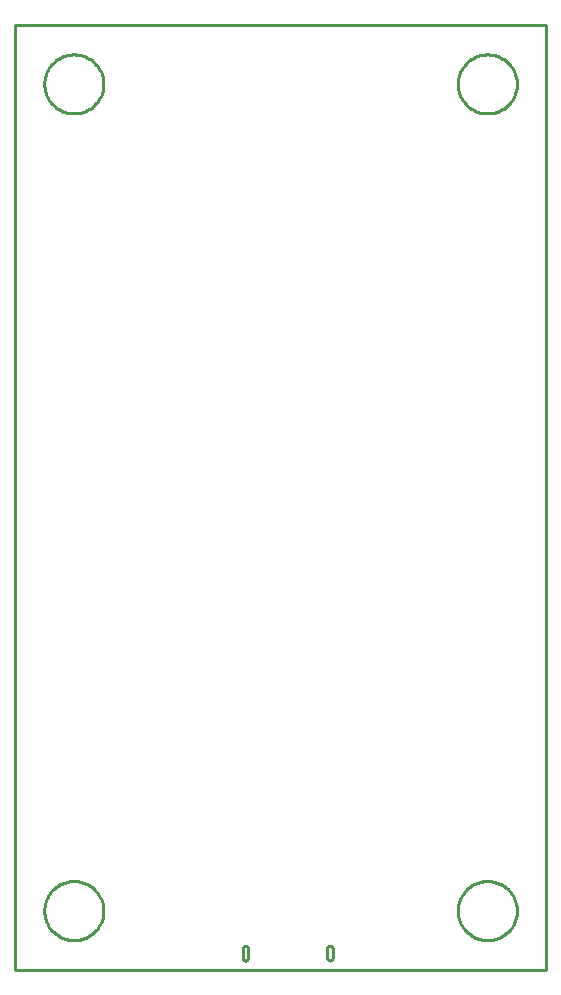
<source format=gbr>
G04 EAGLE Gerber RS-274X export*
G75*
%MOMM*%
%FSLAX34Y34*%
%LPD*%
%IN*%
%IPPOS*%
%AMOC8*
5,1,8,0,0,1.08239X$1,22.5*%
G01*
%ADD10C,0.000000*%
%ADD11C,0.254000*%


D10*
X0Y0D02*
X450000Y0D01*
X450000Y800000D01*
X0Y800000D01*
X0Y0D01*
X25000Y750000D02*
X25008Y750614D01*
X25030Y751227D01*
X25068Y751839D01*
X25120Y752450D01*
X25188Y753060D01*
X25271Y753668D01*
X25368Y754274D01*
X25480Y754877D01*
X25607Y755478D01*
X25749Y756075D01*
X25906Y756668D01*
X26076Y757257D01*
X26262Y757842D01*
X26461Y758422D01*
X26675Y758997D01*
X26903Y759567D01*
X27145Y760131D01*
X27400Y760689D01*
X27669Y761240D01*
X27952Y761785D01*
X28248Y762322D01*
X28557Y762853D01*
X28879Y763375D01*
X29213Y763889D01*
X29560Y764395D01*
X29920Y764892D01*
X30291Y765381D01*
X30675Y765860D01*
X31070Y766329D01*
X31476Y766789D01*
X31894Y767239D01*
X32322Y767678D01*
X32761Y768106D01*
X33211Y768524D01*
X33671Y768930D01*
X34140Y769325D01*
X34619Y769709D01*
X35108Y770080D01*
X35605Y770440D01*
X36111Y770787D01*
X36625Y771121D01*
X37147Y771443D01*
X37678Y771752D01*
X38215Y772048D01*
X38760Y772331D01*
X39311Y772600D01*
X39869Y772855D01*
X40433Y773097D01*
X41003Y773325D01*
X41578Y773539D01*
X42158Y773738D01*
X42743Y773924D01*
X43332Y774094D01*
X43925Y774251D01*
X44522Y774393D01*
X45123Y774520D01*
X45726Y774632D01*
X46332Y774729D01*
X46940Y774812D01*
X47550Y774880D01*
X48161Y774932D01*
X48773Y774970D01*
X49386Y774992D01*
X50000Y775000D01*
X50614Y774992D01*
X51227Y774970D01*
X51839Y774932D01*
X52450Y774880D01*
X53060Y774812D01*
X53668Y774729D01*
X54274Y774632D01*
X54877Y774520D01*
X55478Y774393D01*
X56075Y774251D01*
X56668Y774094D01*
X57257Y773924D01*
X57842Y773738D01*
X58422Y773539D01*
X58997Y773325D01*
X59567Y773097D01*
X60131Y772855D01*
X60689Y772600D01*
X61240Y772331D01*
X61785Y772048D01*
X62322Y771752D01*
X62853Y771443D01*
X63375Y771121D01*
X63889Y770787D01*
X64395Y770440D01*
X64892Y770080D01*
X65381Y769709D01*
X65860Y769325D01*
X66329Y768930D01*
X66789Y768524D01*
X67239Y768106D01*
X67678Y767678D01*
X68106Y767239D01*
X68524Y766789D01*
X68930Y766329D01*
X69325Y765860D01*
X69709Y765381D01*
X70080Y764892D01*
X70440Y764395D01*
X70787Y763889D01*
X71121Y763375D01*
X71443Y762853D01*
X71752Y762322D01*
X72048Y761785D01*
X72331Y761240D01*
X72600Y760689D01*
X72855Y760131D01*
X73097Y759567D01*
X73325Y758997D01*
X73539Y758422D01*
X73738Y757842D01*
X73924Y757257D01*
X74094Y756668D01*
X74251Y756075D01*
X74393Y755478D01*
X74520Y754877D01*
X74632Y754274D01*
X74729Y753668D01*
X74812Y753060D01*
X74880Y752450D01*
X74932Y751839D01*
X74970Y751227D01*
X74992Y750614D01*
X75000Y750000D01*
X74992Y749386D01*
X74970Y748773D01*
X74932Y748161D01*
X74880Y747550D01*
X74812Y746940D01*
X74729Y746332D01*
X74632Y745726D01*
X74520Y745123D01*
X74393Y744522D01*
X74251Y743925D01*
X74094Y743332D01*
X73924Y742743D01*
X73738Y742158D01*
X73539Y741578D01*
X73325Y741003D01*
X73097Y740433D01*
X72855Y739869D01*
X72600Y739311D01*
X72331Y738760D01*
X72048Y738215D01*
X71752Y737678D01*
X71443Y737147D01*
X71121Y736625D01*
X70787Y736111D01*
X70440Y735605D01*
X70080Y735108D01*
X69709Y734619D01*
X69325Y734140D01*
X68930Y733671D01*
X68524Y733211D01*
X68106Y732761D01*
X67678Y732322D01*
X67239Y731894D01*
X66789Y731476D01*
X66329Y731070D01*
X65860Y730675D01*
X65381Y730291D01*
X64892Y729920D01*
X64395Y729560D01*
X63889Y729213D01*
X63375Y728879D01*
X62853Y728557D01*
X62322Y728248D01*
X61785Y727952D01*
X61240Y727669D01*
X60689Y727400D01*
X60131Y727145D01*
X59567Y726903D01*
X58997Y726675D01*
X58422Y726461D01*
X57842Y726262D01*
X57257Y726076D01*
X56668Y725906D01*
X56075Y725749D01*
X55478Y725607D01*
X54877Y725480D01*
X54274Y725368D01*
X53668Y725271D01*
X53060Y725188D01*
X52450Y725120D01*
X51839Y725068D01*
X51227Y725030D01*
X50614Y725008D01*
X50000Y725000D01*
X49386Y725008D01*
X48773Y725030D01*
X48161Y725068D01*
X47550Y725120D01*
X46940Y725188D01*
X46332Y725271D01*
X45726Y725368D01*
X45123Y725480D01*
X44522Y725607D01*
X43925Y725749D01*
X43332Y725906D01*
X42743Y726076D01*
X42158Y726262D01*
X41578Y726461D01*
X41003Y726675D01*
X40433Y726903D01*
X39869Y727145D01*
X39311Y727400D01*
X38760Y727669D01*
X38215Y727952D01*
X37678Y728248D01*
X37147Y728557D01*
X36625Y728879D01*
X36111Y729213D01*
X35605Y729560D01*
X35108Y729920D01*
X34619Y730291D01*
X34140Y730675D01*
X33671Y731070D01*
X33211Y731476D01*
X32761Y731894D01*
X32322Y732322D01*
X31894Y732761D01*
X31476Y733211D01*
X31070Y733671D01*
X30675Y734140D01*
X30291Y734619D01*
X29920Y735108D01*
X29560Y735605D01*
X29213Y736111D01*
X28879Y736625D01*
X28557Y737147D01*
X28248Y737678D01*
X27952Y738215D01*
X27669Y738760D01*
X27400Y739311D01*
X27145Y739869D01*
X26903Y740433D01*
X26675Y741003D01*
X26461Y741578D01*
X26262Y742158D01*
X26076Y742743D01*
X25906Y743332D01*
X25749Y743925D01*
X25607Y744522D01*
X25480Y745123D01*
X25368Y745726D01*
X25271Y746332D01*
X25188Y746940D01*
X25120Y747550D01*
X25068Y748161D01*
X25030Y748773D01*
X25008Y749386D01*
X25000Y750000D01*
X375000Y750000D02*
X375008Y750614D01*
X375030Y751227D01*
X375068Y751839D01*
X375120Y752450D01*
X375188Y753060D01*
X375271Y753668D01*
X375368Y754274D01*
X375480Y754877D01*
X375607Y755478D01*
X375749Y756075D01*
X375906Y756668D01*
X376076Y757257D01*
X376262Y757842D01*
X376461Y758422D01*
X376675Y758997D01*
X376903Y759567D01*
X377145Y760131D01*
X377400Y760689D01*
X377669Y761240D01*
X377952Y761785D01*
X378248Y762322D01*
X378557Y762853D01*
X378879Y763375D01*
X379213Y763889D01*
X379560Y764395D01*
X379920Y764892D01*
X380291Y765381D01*
X380675Y765860D01*
X381070Y766329D01*
X381476Y766789D01*
X381894Y767239D01*
X382322Y767678D01*
X382761Y768106D01*
X383211Y768524D01*
X383671Y768930D01*
X384140Y769325D01*
X384619Y769709D01*
X385108Y770080D01*
X385605Y770440D01*
X386111Y770787D01*
X386625Y771121D01*
X387147Y771443D01*
X387678Y771752D01*
X388215Y772048D01*
X388760Y772331D01*
X389311Y772600D01*
X389869Y772855D01*
X390433Y773097D01*
X391003Y773325D01*
X391578Y773539D01*
X392158Y773738D01*
X392743Y773924D01*
X393332Y774094D01*
X393925Y774251D01*
X394522Y774393D01*
X395123Y774520D01*
X395726Y774632D01*
X396332Y774729D01*
X396940Y774812D01*
X397550Y774880D01*
X398161Y774932D01*
X398773Y774970D01*
X399386Y774992D01*
X400000Y775000D01*
X400614Y774992D01*
X401227Y774970D01*
X401839Y774932D01*
X402450Y774880D01*
X403060Y774812D01*
X403668Y774729D01*
X404274Y774632D01*
X404877Y774520D01*
X405478Y774393D01*
X406075Y774251D01*
X406668Y774094D01*
X407257Y773924D01*
X407842Y773738D01*
X408422Y773539D01*
X408997Y773325D01*
X409567Y773097D01*
X410131Y772855D01*
X410689Y772600D01*
X411240Y772331D01*
X411785Y772048D01*
X412322Y771752D01*
X412853Y771443D01*
X413375Y771121D01*
X413889Y770787D01*
X414395Y770440D01*
X414892Y770080D01*
X415381Y769709D01*
X415860Y769325D01*
X416329Y768930D01*
X416789Y768524D01*
X417239Y768106D01*
X417678Y767678D01*
X418106Y767239D01*
X418524Y766789D01*
X418930Y766329D01*
X419325Y765860D01*
X419709Y765381D01*
X420080Y764892D01*
X420440Y764395D01*
X420787Y763889D01*
X421121Y763375D01*
X421443Y762853D01*
X421752Y762322D01*
X422048Y761785D01*
X422331Y761240D01*
X422600Y760689D01*
X422855Y760131D01*
X423097Y759567D01*
X423325Y758997D01*
X423539Y758422D01*
X423738Y757842D01*
X423924Y757257D01*
X424094Y756668D01*
X424251Y756075D01*
X424393Y755478D01*
X424520Y754877D01*
X424632Y754274D01*
X424729Y753668D01*
X424812Y753060D01*
X424880Y752450D01*
X424932Y751839D01*
X424970Y751227D01*
X424992Y750614D01*
X425000Y750000D01*
X424992Y749386D01*
X424970Y748773D01*
X424932Y748161D01*
X424880Y747550D01*
X424812Y746940D01*
X424729Y746332D01*
X424632Y745726D01*
X424520Y745123D01*
X424393Y744522D01*
X424251Y743925D01*
X424094Y743332D01*
X423924Y742743D01*
X423738Y742158D01*
X423539Y741578D01*
X423325Y741003D01*
X423097Y740433D01*
X422855Y739869D01*
X422600Y739311D01*
X422331Y738760D01*
X422048Y738215D01*
X421752Y737678D01*
X421443Y737147D01*
X421121Y736625D01*
X420787Y736111D01*
X420440Y735605D01*
X420080Y735108D01*
X419709Y734619D01*
X419325Y734140D01*
X418930Y733671D01*
X418524Y733211D01*
X418106Y732761D01*
X417678Y732322D01*
X417239Y731894D01*
X416789Y731476D01*
X416329Y731070D01*
X415860Y730675D01*
X415381Y730291D01*
X414892Y729920D01*
X414395Y729560D01*
X413889Y729213D01*
X413375Y728879D01*
X412853Y728557D01*
X412322Y728248D01*
X411785Y727952D01*
X411240Y727669D01*
X410689Y727400D01*
X410131Y727145D01*
X409567Y726903D01*
X408997Y726675D01*
X408422Y726461D01*
X407842Y726262D01*
X407257Y726076D01*
X406668Y725906D01*
X406075Y725749D01*
X405478Y725607D01*
X404877Y725480D01*
X404274Y725368D01*
X403668Y725271D01*
X403060Y725188D01*
X402450Y725120D01*
X401839Y725068D01*
X401227Y725030D01*
X400614Y725008D01*
X400000Y725000D01*
X399386Y725008D01*
X398773Y725030D01*
X398161Y725068D01*
X397550Y725120D01*
X396940Y725188D01*
X396332Y725271D01*
X395726Y725368D01*
X395123Y725480D01*
X394522Y725607D01*
X393925Y725749D01*
X393332Y725906D01*
X392743Y726076D01*
X392158Y726262D01*
X391578Y726461D01*
X391003Y726675D01*
X390433Y726903D01*
X389869Y727145D01*
X389311Y727400D01*
X388760Y727669D01*
X388215Y727952D01*
X387678Y728248D01*
X387147Y728557D01*
X386625Y728879D01*
X386111Y729213D01*
X385605Y729560D01*
X385108Y729920D01*
X384619Y730291D01*
X384140Y730675D01*
X383671Y731070D01*
X383211Y731476D01*
X382761Y731894D01*
X382322Y732322D01*
X381894Y732761D01*
X381476Y733211D01*
X381070Y733671D01*
X380675Y734140D01*
X380291Y734619D01*
X379920Y735108D01*
X379560Y735605D01*
X379213Y736111D01*
X378879Y736625D01*
X378557Y737147D01*
X378248Y737678D01*
X377952Y738215D01*
X377669Y738760D01*
X377400Y739311D01*
X377145Y739869D01*
X376903Y740433D01*
X376675Y741003D01*
X376461Y741578D01*
X376262Y742158D01*
X376076Y742743D01*
X375906Y743332D01*
X375749Y743925D01*
X375607Y744522D01*
X375480Y745123D01*
X375368Y745726D01*
X375271Y746332D01*
X375188Y746940D01*
X375120Y747550D01*
X375068Y748161D01*
X375030Y748773D01*
X375008Y749386D01*
X375000Y750000D01*
X375000Y50000D02*
X375008Y50614D01*
X375030Y51227D01*
X375068Y51839D01*
X375120Y52450D01*
X375188Y53060D01*
X375271Y53668D01*
X375368Y54274D01*
X375480Y54877D01*
X375607Y55478D01*
X375749Y56075D01*
X375906Y56668D01*
X376076Y57257D01*
X376262Y57842D01*
X376461Y58422D01*
X376675Y58997D01*
X376903Y59567D01*
X377145Y60131D01*
X377400Y60689D01*
X377669Y61240D01*
X377952Y61785D01*
X378248Y62322D01*
X378557Y62853D01*
X378879Y63375D01*
X379213Y63889D01*
X379560Y64395D01*
X379920Y64892D01*
X380291Y65381D01*
X380675Y65860D01*
X381070Y66329D01*
X381476Y66789D01*
X381894Y67239D01*
X382322Y67678D01*
X382761Y68106D01*
X383211Y68524D01*
X383671Y68930D01*
X384140Y69325D01*
X384619Y69709D01*
X385108Y70080D01*
X385605Y70440D01*
X386111Y70787D01*
X386625Y71121D01*
X387147Y71443D01*
X387678Y71752D01*
X388215Y72048D01*
X388760Y72331D01*
X389311Y72600D01*
X389869Y72855D01*
X390433Y73097D01*
X391003Y73325D01*
X391578Y73539D01*
X392158Y73738D01*
X392743Y73924D01*
X393332Y74094D01*
X393925Y74251D01*
X394522Y74393D01*
X395123Y74520D01*
X395726Y74632D01*
X396332Y74729D01*
X396940Y74812D01*
X397550Y74880D01*
X398161Y74932D01*
X398773Y74970D01*
X399386Y74992D01*
X400000Y75000D01*
X400614Y74992D01*
X401227Y74970D01*
X401839Y74932D01*
X402450Y74880D01*
X403060Y74812D01*
X403668Y74729D01*
X404274Y74632D01*
X404877Y74520D01*
X405478Y74393D01*
X406075Y74251D01*
X406668Y74094D01*
X407257Y73924D01*
X407842Y73738D01*
X408422Y73539D01*
X408997Y73325D01*
X409567Y73097D01*
X410131Y72855D01*
X410689Y72600D01*
X411240Y72331D01*
X411785Y72048D01*
X412322Y71752D01*
X412853Y71443D01*
X413375Y71121D01*
X413889Y70787D01*
X414395Y70440D01*
X414892Y70080D01*
X415381Y69709D01*
X415860Y69325D01*
X416329Y68930D01*
X416789Y68524D01*
X417239Y68106D01*
X417678Y67678D01*
X418106Y67239D01*
X418524Y66789D01*
X418930Y66329D01*
X419325Y65860D01*
X419709Y65381D01*
X420080Y64892D01*
X420440Y64395D01*
X420787Y63889D01*
X421121Y63375D01*
X421443Y62853D01*
X421752Y62322D01*
X422048Y61785D01*
X422331Y61240D01*
X422600Y60689D01*
X422855Y60131D01*
X423097Y59567D01*
X423325Y58997D01*
X423539Y58422D01*
X423738Y57842D01*
X423924Y57257D01*
X424094Y56668D01*
X424251Y56075D01*
X424393Y55478D01*
X424520Y54877D01*
X424632Y54274D01*
X424729Y53668D01*
X424812Y53060D01*
X424880Y52450D01*
X424932Y51839D01*
X424970Y51227D01*
X424992Y50614D01*
X425000Y50000D01*
X424992Y49386D01*
X424970Y48773D01*
X424932Y48161D01*
X424880Y47550D01*
X424812Y46940D01*
X424729Y46332D01*
X424632Y45726D01*
X424520Y45123D01*
X424393Y44522D01*
X424251Y43925D01*
X424094Y43332D01*
X423924Y42743D01*
X423738Y42158D01*
X423539Y41578D01*
X423325Y41003D01*
X423097Y40433D01*
X422855Y39869D01*
X422600Y39311D01*
X422331Y38760D01*
X422048Y38215D01*
X421752Y37678D01*
X421443Y37147D01*
X421121Y36625D01*
X420787Y36111D01*
X420440Y35605D01*
X420080Y35108D01*
X419709Y34619D01*
X419325Y34140D01*
X418930Y33671D01*
X418524Y33211D01*
X418106Y32761D01*
X417678Y32322D01*
X417239Y31894D01*
X416789Y31476D01*
X416329Y31070D01*
X415860Y30675D01*
X415381Y30291D01*
X414892Y29920D01*
X414395Y29560D01*
X413889Y29213D01*
X413375Y28879D01*
X412853Y28557D01*
X412322Y28248D01*
X411785Y27952D01*
X411240Y27669D01*
X410689Y27400D01*
X410131Y27145D01*
X409567Y26903D01*
X408997Y26675D01*
X408422Y26461D01*
X407842Y26262D01*
X407257Y26076D01*
X406668Y25906D01*
X406075Y25749D01*
X405478Y25607D01*
X404877Y25480D01*
X404274Y25368D01*
X403668Y25271D01*
X403060Y25188D01*
X402450Y25120D01*
X401839Y25068D01*
X401227Y25030D01*
X400614Y25008D01*
X400000Y25000D01*
X399386Y25008D01*
X398773Y25030D01*
X398161Y25068D01*
X397550Y25120D01*
X396940Y25188D01*
X396332Y25271D01*
X395726Y25368D01*
X395123Y25480D01*
X394522Y25607D01*
X393925Y25749D01*
X393332Y25906D01*
X392743Y26076D01*
X392158Y26262D01*
X391578Y26461D01*
X391003Y26675D01*
X390433Y26903D01*
X389869Y27145D01*
X389311Y27400D01*
X388760Y27669D01*
X388215Y27952D01*
X387678Y28248D01*
X387147Y28557D01*
X386625Y28879D01*
X386111Y29213D01*
X385605Y29560D01*
X385108Y29920D01*
X384619Y30291D01*
X384140Y30675D01*
X383671Y31070D01*
X383211Y31476D01*
X382761Y31894D01*
X382322Y32322D01*
X381894Y32761D01*
X381476Y33211D01*
X381070Y33671D01*
X380675Y34140D01*
X380291Y34619D01*
X379920Y35108D01*
X379560Y35605D01*
X379213Y36111D01*
X378879Y36625D01*
X378557Y37147D01*
X378248Y37678D01*
X377952Y38215D01*
X377669Y38760D01*
X377400Y39311D01*
X377145Y39869D01*
X376903Y40433D01*
X376675Y41003D01*
X376461Y41578D01*
X376262Y42158D01*
X376076Y42743D01*
X375906Y43332D01*
X375749Y43925D01*
X375607Y44522D01*
X375480Y45123D01*
X375368Y45726D01*
X375271Y46332D01*
X375188Y46940D01*
X375120Y47550D01*
X375068Y48161D01*
X375030Y48773D01*
X375008Y49386D01*
X375000Y50000D01*
X25000Y50000D02*
X25008Y50614D01*
X25030Y51227D01*
X25068Y51839D01*
X25120Y52450D01*
X25188Y53060D01*
X25271Y53668D01*
X25368Y54274D01*
X25480Y54877D01*
X25607Y55478D01*
X25749Y56075D01*
X25906Y56668D01*
X26076Y57257D01*
X26262Y57842D01*
X26461Y58422D01*
X26675Y58997D01*
X26903Y59567D01*
X27145Y60131D01*
X27400Y60689D01*
X27669Y61240D01*
X27952Y61785D01*
X28248Y62322D01*
X28557Y62853D01*
X28879Y63375D01*
X29213Y63889D01*
X29560Y64395D01*
X29920Y64892D01*
X30291Y65381D01*
X30675Y65860D01*
X31070Y66329D01*
X31476Y66789D01*
X31894Y67239D01*
X32322Y67678D01*
X32761Y68106D01*
X33211Y68524D01*
X33671Y68930D01*
X34140Y69325D01*
X34619Y69709D01*
X35108Y70080D01*
X35605Y70440D01*
X36111Y70787D01*
X36625Y71121D01*
X37147Y71443D01*
X37678Y71752D01*
X38215Y72048D01*
X38760Y72331D01*
X39311Y72600D01*
X39869Y72855D01*
X40433Y73097D01*
X41003Y73325D01*
X41578Y73539D01*
X42158Y73738D01*
X42743Y73924D01*
X43332Y74094D01*
X43925Y74251D01*
X44522Y74393D01*
X45123Y74520D01*
X45726Y74632D01*
X46332Y74729D01*
X46940Y74812D01*
X47550Y74880D01*
X48161Y74932D01*
X48773Y74970D01*
X49386Y74992D01*
X50000Y75000D01*
X50614Y74992D01*
X51227Y74970D01*
X51839Y74932D01*
X52450Y74880D01*
X53060Y74812D01*
X53668Y74729D01*
X54274Y74632D01*
X54877Y74520D01*
X55478Y74393D01*
X56075Y74251D01*
X56668Y74094D01*
X57257Y73924D01*
X57842Y73738D01*
X58422Y73539D01*
X58997Y73325D01*
X59567Y73097D01*
X60131Y72855D01*
X60689Y72600D01*
X61240Y72331D01*
X61785Y72048D01*
X62322Y71752D01*
X62853Y71443D01*
X63375Y71121D01*
X63889Y70787D01*
X64395Y70440D01*
X64892Y70080D01*
X65381Y69709D01*
X65860Y69325D01*
X66329Y68930D01*
X66789Y68524D01*
X67239Y68106D01*
X67678Y67678D01*
X68106Y67239D01*
X68524Y66789D01*
X68930Y66329D01*
X69325Y65860D01*
X69709Y65381D01*
X70080Y64892D01*
X70440Y64395D01*
X70787Y63889D01*
X71121Y63375D01*
X71443Y62853D01*
X71752Y62322D01*
X72048Y61785D01*
X72331Y61240D01*
X72600Y60689D01*
X72855Y60131D01*
X73097Y59567D01*
X73325Y58997D01*
X73539Y58422D01*
X73738Y57842D01*
X73924Y57257D01*
X74094Y56668D01*
X74251Y56075D01*
X74393Y55478D01*
X74520Y54877D01*
X74632Y54274D01*
X74729Y53668D01*
X74812Y53060D01*
X74880Y52450D01*
X74932Y51839D01*
X74970Y51227D01*
X74992Y50614D01*
X75000Y50000D01*
X74992Y49386D01*
X74970Y48773D01*
X74932Y48161D01*
X74880Y47550D01*
X74812Y46940D01*
X74729Y46332D01*
X74632Y45726D01*
X74520Y45123D01*
X74393Y44522D01*
X74251Y43925D01*
X74094Y43332D01*
X73924Y42743D01*
X73738Y42158D01*
X73539Y41578D01*
X73325Y41003D01*
X73097Y40433D01*
X72855Y39869D01*
X72600Y39311D01*
X72331Y38760D01*
X72048Y38215D01*
X71752Y37678D01*
X71443Y37147D01*
X71121Y36625D01*
X70787Y36111D01*
X70440Y35605D01*
X70080Y35108D01*
X69709Y34619D01*
X69325Y34140D01*
X68930Y33671D01*
X68524Y33211D01*
X68106Y32761D01*
X67678Y32322D01*
X67239Y31894D01*
X66789Y31476D01*
X66329Y31070D01*
X65860Y30675D01*
X65381Y30291D01*
X64892Y29920D01*
X64395Y29560D01*
X63889Y29213D01*
X63375Y28879D01*
X62853Y28557D01*
X62322Y28248D01*
X61785Y27952D01*
X61240Y27669D01*
X60689Y27400D01*
X60131Y27145D01*
X59567Y26903D01*
X58997Y26675D01*
X58422Y26461D01*
X57842Y26262D01*
X57257Y26076D01*
X56668Y25906D01*
X56075Y25749D01*
X55478Y25607D01*
X54877Y25480D01*
X54274Y25368D01*
X53668Y25271D01*
X53060Y25188D01*
X52450Y25120D01*
X51839Y25068D01*
X51227Y25030D01*
X50614Y25008D01*
X50000Y25000D01*
X49386Y25008D01*
X48773Y25030D01*
X48161Y25068D01*
X47550Y25120D01*
X46940Y25188D01*
X46332Y25271D01*
X45726Y25368D01*
X45123Y25480D01*
X44522Y25607D01*
X43925Y25749D01*
X43332Y25906D01*
X42743Y26076D01*
X42158Y26262D01*
X41578Y26461D01*
X41003Y26675D01*
X40433Y26903D01*
X39869Y27145D01*
X39311Y27400D01*
X38760Y27669D01*
X38215Y27952D01*
X37678Y28248D01*
X37147Y28557D01*
X36625Y28879D01*
X36111Y29213D01*
X35605Y29560D01*
X35108Y29920D01*
X34619Y30291D01*
X34140Y30675D01*
X33671Y31070D01*
X33211Y31476D01*
X32761Y31894D01*
X32322Y32322D01*
X31894Y32761D01*
X31476Y33211D01*
X31070Y33671D01*
X30675Y34140D01*
X30291Y34619D01*
X29920Y35108D01*
X29560Y35605D01*
X29213Y36111D01*
X28879Y36625D01*
X28557Y37147D01*
X28248Y37678D01*
X27952Y38215D01*
X27669Y38760D01*
X27400Y39311D01*
X27145Y39869D01*
X26903Y40433D01*
X26675Y41003D01*
X26461Y41578D01*
X26262Y42158D01*
X26076Y42743D01*
X25906Y43332D01*
X25749Y43925D01*
X25607Y44522D01*
X25480Y45123D01*
X25368Y45726D01*
X25271Y46332D01*
X25188Y46940D01*
X25120Y47550D01*
X25068Y48161D01*
X25030Y48773D01*
X25008Y49386D01*
X25000Y50000D01*
X192981Y18119D02*
X192983Y18212D01*
X192989Y18305D01*
X192998Y18397D01*
X193012Y18489D01*
X193029Y18581D01*
X193050Y18671D01*
X193075Y18761D01*
X193103Y18850D01*
X193135Y18937D01*
X193171Y19023D01*
X193210Y19107D01*
X193252Y19190D01*
X193298Y19271D01*
X193347Y19350D01*
X193400Y19426D01*
X193455Y19501D01*
X193514Y19573D01*
X193576Y19643D01*
X193640Y19710D01*
X193707Y19774D01*
X193777Y19836D01*
X193849Y19895D01*
X193924Y19950D01*
X194000Y20003D01*
X194079Y20052D01*
X194160Y20098D01*
X194243Y20140D01*
X194327Y20179D01*
X194413Y20215D01*
X194500Y20247D01*
X194589Y20275D01*
X194679Y20300D01*
X194769Y20321D01*
X194861Y20338D01*
X194953Y20352D01*
X195045Y20361D01*
X195138Y20367D01*
X195231Y20369D01*
X195324Y20367D01*
X195417Y20361D01*
X195509Y20352D01*
X195601Y20338D01*
X195693Y20321D01*
X195783Y20300D01*
X195873Y20275D01*
X195962Y20247D01*
X196049Y20215D01*
X196135Y20179D01*
X196219Y20140D01*
X196302Y20098D01*
X196383Y20052D01*
X196462Y20003D01*
X196538Y19950D01*
X196613Y19895D01*
X196685Y19836D01*
X196755Y19774D01*
X196822Y19710D01*
X196886Y19643D01*
X196948Y19573D01*
X197007Y19501D01*
X197062Y19426D01*
X197115Y19350D01*
X197164Y19271D01*
X197210Y19190D01*
X197252Y19107D01*
X197291Y19023D01*
X197327Y18937D01*
X197359Y18850D01*
X197387Y18761D01*
X197412Y18671D01*
X197433Y18581D01*
X197450Y18489D01*
X197464Y18397D01*
X197473Y18305D01*
X197479Y18212D01*
X197481Y18119D01*
X192981Y18119D02*
X192981Y10119D01*
X197481Y10119D02*
X197481Y18119D01*
X192981Y10119D02*
X192983Y10026D01*
X192989Y9933D01*
X192998Y9841D01*
X193012Y9749D01*
X193029Y9657D01*
X193050Y9567D01*
X193075Y9477D01*
X193103Y9388D01*
X193135Y9301D01*
X193171Y9215D01*
X193210Y9131D01*
X193252Y9048D01*
X193298Y8967D01*
X193347Y8888D01*
X193400Y8812D01*
X193455Y8737D01*
X193514Y8665D01*
X193576Y8595D01*
X193640Y8528D01*
X193707Y8464D01*
X193777Y8402D01*
X193849Y8343D01*
X193924Y8288D01*
X194000Y8235D01*
X194079Y8186D01*
X194160Y8140D01*
X194243Y8098D01*
X194327Y8059D01*
X194413Y8023D01*
X194500Y7991D01*
X194589Y7963D01*
X194679Y7938D01*
X194769Y7917D01*
X194861Y7900D01*
X194953Y7886D01*
X195045Y7877D01*
X195138Y7871D01*
X195231Y7869D01*
X195324Y7871D01*
X195417Y7877D01*
X195509Y7886D01*
X195601Y7900D01*
X195693Y7917D01*
X195783Y7938D01*
X195873Y7963D01*
X195962Y7991D01*
X196049Y8023D01*
X196135Y8059D01*
X196219Y8098D01*
X196302Y8140D01*
X196383Y8186D01*
X196462Y8235D01*
X196538Y8288D01*
X196613Y8343D01*
X196685Y8402D01*
X196755Y8464D01*
X196822Y8528D01*
X196886Y8595D01*
X196948Y8665D01*
X197007Y8737D01*
X197062Y8812D01*
X197115Y8888D01*
X197164Y8967D01*
X197210Y9048D01*
X197252Y9131D01*
X197291Y9215D01*
X197327Y9301D01*
X197359Y9388D01*
X197387Y9477D01*
X197412Y9567D01*
X197433Y9657D01*
X197450Y9749D01*
X197464Y9841D01*
X197473Y9933D01*
X197479Y10026D01*
X197481Y10119D01*
X264481Y18119D02*
X264483Y18212D01*
X264489Y18305D01*
X264498Y18397D01*
X264512Y18489D01*
X264529Y18581D01*
X264550Y18671D01*
X264575Y18761D01*
X264603Y18850D01*
X264635Y18937D01*
X264671Y19023D01*
X264710Y19107D01*
X264752Y19190D01*
X264798Y19271D01*
X264847Y19350D01*
X264900Y19426D01*
X264955Y19501D01*
X265014Y19573D01*
X265076Y19643D01*
X265140Y19710D01*
X265207Y19774D01*
X265277Y19836D01*
X265349Y19895D01*
X265424Y19950D01*
X265500Y20003D01*
X265579Y20052D01*
X265660Y20098D01*
X265743Y20140D01*
X265827Y20179D01*
X265913Y20215D01*
X266000Y20247D01*
X266089Y20275D01*
X266179Y20300D01*
X266269Y20321D01*
X266361Y20338D01*
X266453Y20352D01*
X266545Y20361D01*
X266638Y20367D01*
X266731Y20369D01*
X266824Y20367D01*
X266917Y20361D01*
X267009Y20352D01*
X267101Y20338D01*
X267193Y20321D01*
X267283Y20300D01*
X267373Y20275D01*
X267462Y20247D01*
X267549Y20215D01*
X267635Y20179D01*
X267719Y20140D01*
X267802Y20098D01*
X267883Y20052D01*
X267962Y20003D01*
X268038Y19950D01*
X268113Y19895D01*
X268185Y19836D01*
X268255Y19774D01*
X268322Y19710D01*
X268386Y19643D01*
X268448Y19573D01*
X268507Y19501D01*
X268562Y19426D01*
X268615Y19350D01*
X268664Y19271D01*
X268710Y19190D01*
X268752Y19107D01*
X268791Y19023D01*
X268827Y18937D01*
X268859Y18850D01*
X268887Y18761D01*
X268912Y18671D01*
X268933Y18581D01*
X268950Y18489D01*
X268964Y18397D01*
X268973Y18305D01*
X268979Y18212D01*
X268981Y18119D01*
X264481Y18119D02*
X264481Y10119D01*
X268981Y10119D02*
X268981Y18119D01*
X264481Y10119D02*
X264483Y10026D01*
X264489Y9933D01*
X264498Y9841D01*
X264512Y9749D01*
X264529Y9657D01*
X264550Y9567D01*
X264575Y9477D01*
X264603Y9388D01*
X264635Y9301D01*
X264671Y9215D01*
X264710Y9131D01*
X264752Y9048D01*
X264798Y8967D01*
X264847Y8888D01*
X264900Y8812D01*
X264955Y8737D01*
X265014Y8665D01*
X265076Y8595D01*
X265140Y8528D01*
X265207Y8464D01*
X265277Y8402D01*
X265349Y8343D01*
X265424Y8288D01*
X265500Y8235D01*
X265579Y8186D01*
X265660Y8140D01*
X265743Y8098D01*
X265827Y8059D01*
X265913Y8023D01*
X266000Y7991D01*
X266089Y7963D01*
X266179Y7938D01*
X266269Y7917D01*
X266361Y7900D01*
X266453Y7886D01*
X266545Y7877D01*
X266638Y7871D01*
X266731Y7869D01*
X266824Y7871D01*
X266917Y7877D01*
X267009Y7886D01*
X267101Y7900D01*
X267193Y7917D01*
X267283Y7938D01*
X267373Y7963D01*
X267462Y7991D01*
X267549Y8023D01*
X267635Y8059D01*
X267719Y8098D01*
X267802Y8140D01*
X267883Y8186D01*
X267962Y8235D01*
X268038Y8288D01*
X268113Y8343D01*
X268185Y8402D01*
X268255Y8464D01*
X268322Y8528D01*
X268386Y8595D01*
X268448Y8665D01*
X268507Y8737D01*
X268562Y8812D01*
X268615Y8888D01*
X268664Y8967D01*
X268710Y9048D01*
X268752Y9131D01*
X268791Y9215D01*
X268827Y9301D01*
X268859Y9388D01*
X268887Y9477D01*
X268912Y9567D01*
X268933Y9657D01*
X268950Y9749D01*
X268964Y9841D01*
X268973Y9933D01*
X268979Y10026D01*
X268981Y10119D01*
D11*
X0Y0D02*
X450000Y0D01*
X450000Y800000D01*
X0Y800000D01*
X0Y0D01*
X264481Y10119D02*
X264489Y9923D01*
X264515Y9728D01*
X264557Y9537D01*
X264617Y9349D01*
X264692Y9168D01*
X264782Y8994D01*
X264888Y8828D01*
X265007Y8673D01*
X265140Y8528D01*
X265285Y8395D01*
X265440Y8276D01*
X265606Y8170D01*
X265780Y8080D01*
X265961Y8005D01*
X266148Y7946D01*
X266340Y7903D01*
X266535Y7878D01*
X266731Y7869D01*
X266927Y7878D01*
X267122Y7903D01*
X267313Y7946D01*
X267500Y8005D01*
X267682Y8080D01*
X267856Y8170D01*
X268021Y8276D01*
X268177Y8395D01*
X268322Y8528D01*
X268454Y8673D01*
X268574Y8828D01*
X268679Y8994D01*
X268770Y9168D01*
X268845Y9349D01*
X268904Y9537D01*
X268947Y9728D01*
X268972Y9923D01*
X268981Y10119D01*
X268981Y18119D01*
X268972Y18315D01*
X268947Y18510D01*
X268904Y18701D01*
X268845Y18889D01*
X268770Y19070D01*
X268679Y19244D01*
X268574Y19410D01*
X268454Y19565D01*
X268322Y19710D01*
X268177Y19843D01*
X268021Y19962D01*
X267856Y20068D01*
X267682Y20158D01*
X267500Y20233D01*
X267313Y20292D01*
X267122Y20335D01*
X266927Y20360D01*
X266731Y20369D01*
X266535Y20360D01*
X266340Y20335D01*
X266148Y20292D01*
X265961Y20233D01*
X265780Y20158D01*
X265606Y20068D01*
X265440Y19962D01*
X265285Y19843D01*
X265140Y19710D01*
X265007Y19565D01*
X264888Y19410D01*
X264782Y19244D01*
X264692Y19070D01*
X264617Y18889D01*
X264557Y18701D01*
X264515Y18510D01*
X264489Y18315D01*
X264481Y18119D01*
X264481Y10119D01*
X192981Y10119D02*
X192989Y9923D01*
X193015Y9728D01*
X193057Y9537D01*
X193117Y9349D01*
X193192Y9168D01*
X193282Y8994D01*
X193388Y8828D01*
X193507Y8673D01*
X193640Y8528D01*
X193785Y8395D01*
X193940Y8276D01*
X194106Y8170D01*
X194280Y8080D01*
X194461Y8005D01*
X194648Y7946D01*
X194840Y7903D01*
X195035Y7878D01*
X195231Y7869D01*
X195427Y7878D01*
X195622Y7903D01*
X195813Y7946D01*
X196000Y8005D01*
X196182Y8080D01*
X196356Y8170D01*
X196521Y8276D01*
X196677Y8395D01*
X196822Y8528D01*
X196954Y8673D01*
X197074Y8828D01*
X197179Y8994D01*
X197270Y9168D01*
X197345Y9349D01*
X197404Y9537D01*
X197447Y9728D01*
X197472Y9923D01*
X197481Y10119D01*
X197481Y18119D01*
X197472Y18315D01*
X197447Y18510D01*
X197404Y18701D01*
X197345Y18889D01*
X197270Y19070D01*
X197179Y19244D01*
X197074Y19410D01*
X196954Y19565D01*
X196822Y19710D01*
X196677Y19843D01*
X196521Y19962D01*
X196356Y20068D01*
X196182Y20158D01*
X196000Y20233D01*
X195813Y20292D01*
X195622Y20335D01*
X195427Y20360D01*
X195231Y20369D01*
X195035Y20360D01*
X194840Y20335D01*
X194648Y20292D01*
X194461Y20233D01*
X194280Y20158D01*
X194106Y20068D01*
X193940Y19962D01*
X193785Y19843D01*
X193640Y19710D01*
X193507Y19565D01*
X193388Y19410D01*
X193282Y19244D01*
X193192Y19070D01*
X193117Y18889D01*
X193057Y18701D01*
X193015Y18510D01*
X192989Y18315D01*
X192981Y18119D01*
X192981Y10119D01*
X75000Y749299D02*
X74921Y747898D01*
X74764Y746504D01*
X74529Y745121D01*
X74217Y743753D01*
X73829Y742405D01*
X73365Y741081D01*
X72829Y739785D01*
X72220Y738521D01*
X71541Y737293D01*
X70795Y736105D01*
X69983Y734961D01*
X69108Y733864D01*
X68174Y732818D01*
X67182Y731826D01*
X66136Y730892D01*
X65039Y730017D01*
X63895Y729205D01*
X62707Y728459D01*
X61479Y727780D01*
X60215Y727171D01*
X58919Y726635D01*
X57595Y726171D01*
X56247Y725783D01*
X54879Y725471D01*
X53496Y725236D01*
X52102Y725079D01*
X50701Y725000D01*
X49299Y725000D01*
X47898Y725079D01*
X46504Y725236D01*
X45121Y725471D01*
X43753Y725783D01*
X42405Y726171D01*
X41081Y726635D01*
X39785Y727171D01*
X38521Y727780D01*
X37293Y728459D01*
X36105Y729205D01*
X34961Y730017D01*
X33864Y730892D01*
X32818Y731826D01*
X31826Y732818D01*
X30892Y733864D01*
X30017Y734961D01*
X29205Y736105D01*
X28459Y737293D01*
X27780Y738521D01*
X27171Y739785D01*
X26635Y741081D01*
X26171Y742405D01*
X25783Y743753D01*
X25471Y745121D01*
X25236Y746504D01*
X25079Y747898D01*
X25000Y749299D01*
X25000Y750701D01*
X25079Y752102D01*
X25236Y753496D01*
X25471Y754879D01*
X25783Y756247D01*
X26171Y757595D01*
X26635Y758919D01*
X27171Y760215D01*
X27780Y761479D01*
X28459Y762707D01*
X29205Y763895D01*
X30017Y765039D01*
X30892Y766136D01*
X31826Y767182D01*
X32818Y768174D01*
X33864Y769108D01*
X34961Y769983D01*
X36105Y770795D01*
X37293Y771541D01*
X38521Y772220D01*
X39785Y772829D01*
X41081Y773365D01*
X42405Y773829D01*
X43753Y774217D01*
X45121Y774529D01*
X46504Y774764D01*
X47898Y774921D01*
X49299Y775000D01*
X50701Y775000D01*
X52102Y774921D01*
X53496Y774764D01*
X54879Y774529D01*
X56247Y774217D01*
X57595Y773829D01*
X58919Y773365D01*
X60215Y772829D01*
X61479Y772220D01*
X62707Y771541D01*
X63895Y770795D01*
X65039Y769983D01*
X66136Y769108D01*
X67182Y768174D01*
X68174Y767182D01*
X69108Y766136D01*
X69983Y765039D01*
X70795Y763895D01*
X71541Y762707D01*
X72220Y761479D01*
X72829Y760215D01*
X73365Y758919D01*
X73829Y757595D01*
X74217Y756247D01*
X74529Y754879D01*
X74764Y753496D01*
X74921Y752102D01*
X75000Y750701D01*
X75000Y749299D01*
X425000Y749299D02*
X424921Y747898D01*
X424764Y746504D01*
X424529Y745121D01*
X424217Y743753D01*
X423829Y742405D01*
X423365Y741081D01*
X422829Y739785D01*
X422220Y738521D01*
X421541Y737293D01*
X420795Y736105D01*
X419983Y734961D01*
X419108Y733864D01*
X418174Y732818D01*
X417182Y731826D01*
X416136Y730892D01*
X415039Y730017D01*
X413895Y729205D01*
X412707Y728459D01*
X411479Y727780D01*
X410215Y727171D01*
X408919Y726635D01*
X407595Y726171D01*
X406247Y725783D01*
X404879Y725471D01*
X403496Y725236D01*
X402102Y725079D01*
X400701Y725000D01*
X399299Y725000D01*
X397898Y725079D01*
X396504Y725236D01*
X395121Y725471D01*
X393753Y725783D01*
X392405Y726171D01*
X391081Y726635D01*
X389785Y727171D01*
X388521Y727780D01*
X387293Y728459D01*
X386105Y729205D01*
X384961Y730017D01*
X383864Y730892D01*
X382818Y731826D01*
X381826Y732818D01*
X380892Y733864D01*
X380017Y734961D01*
X379205Y736105D01*
X378459Y737293D01*
X377780Y738521D01*
X377171Y739785D01*
X376635Y741081D01*
X376171Y742405D01*
X375783Y743753D01*
X375471Y745121D01*
X375236Y746504D01*
X375079Y747898D01*
X375000Y749299D01*
X375000Y750701D01*
X375079Y752102D01*
X375236Y753496D01*
X375471Y754879D01*
X375783Y756247D01*
X376171Y757595D01*
X376635Y758919D01*
X377171Y760215D01*
X377780Y761479D01*
X378459Y762707D01*
X379205Y763895D01*
X380017Y765039D01*
X380892Y766136D01*
X381826Y767182D01*
X382818Y768174D01*
X383864Y769108D01*
X384961Y769983D01*
X386105Y770795D01*
X387293Y771541D01*
X388521Y772220D01*
X389785Y772829D01*
X391081Y773365D01*
X392405Y773829D01*
X393753Y774217D01*
X395121Y774529D01*
X396504Y774764D01*
X397898Y774921D01*
X399299Y775000D01*
X400701Y775000D01*
X402102Y774921D01*
X403496Y774764D01*
X404879Y774529D01*
X406247Y774217D01*
X407595Y773829D01*
X408919Y773365D01*
X410215Y772829D01*
X411479Y772220D01*
X412707Y771541D01*
X413895Y770795D01*
X415039Y769983D01*
X416136Y769108D01*
X417182Y768174D01*
X418174Y767182D01*
X419108Y766136D01*
X419983Y765039D01*
X420795Y763895D01*
X421541Y762707D01*
X422220Y761479D01*
X422829Y760215D01*
X423365Y758919D01*
X423829Y757595D01*
X424217Y756247D01*
X424529Y754879D01*
X424764Y753496D01*
X424921Y752102D01*
X425000Y750701D01*
X425000Y749299D01*
X425000Y49299D02*
X424921Y47898D01*
X424764Y46504D01*
X424529Y45121D01*
X424217Y43753D01*
X423829Y42405D01*
X423365Y41081D01*
X422829Y39785D01*
X422220Y38521D01*
X421541Y37293D01*
X420795Y36105D01*
X419983Y34961D01*
X419108Y33864D01*
X418174Y32818D01*
X417182Y31826D01*
X416136Y30892D01*
X415039Y30017D01*
X413895Y29205D01*
X412707Y28459D01*
X411479Y27780D01*
X410215Y27171D01*
X408919Y26635D01*
X407595Y26171D01*
X406247Y25783D01*
X404879Y25471D01*
X403496Y25236D01*
X402102Y25079D01*
X400701Y25000D01*
X399299Y25000D01*
X397898Y25079D01*
X396504Y25236D01*
X395121Y25471D01*
X393753Y25783D01*
X392405Y26171D01*
X391081Y26635D01*
X389785Y27171D01*
X388521Y27780D01*
X387293Y28459D01*
X386105Y29205D01*
X384961Y30017D01*
X383864Y30892D01*
X382818Y31826D01*
X381826Y32818D01*
X380892Y33864D01*
X380017Y34961D01*
X379205Y36105D01*
X378459Y37293D01*
X377780Y38521D01*
X377171Y39785D01*
X376635Y41081D01*
X376171Y42405D01*
X375783Y43753D01*
X375471Y45121D01*
X375236Y46504D01*
X375079Y47898D01*
X375000Y49299D01*
X375000Y50701D01*
X375079Y52102D01*
X375236Y53496D01*
X375471Y54879D01*
X375783Y56247D01*
X376171Y57595D01*
X376635Y58919D01*
X377171Y60215D01*
X377780Y61479D01*
X378459Y62707D01*
X379205Y63895D01*
X380017Y65039D01*
X380892Y66136D01*
X381826Y67182D01*
X382818Y68174D01*
X383864Y69108D01*
X384961Y69983D01*
X386105Y70795D01*
X387293Y71541D01*
X388521Y72220D01*
X389785Y72829D01*
X391081Y73365D01*
X392405Y73829D01*
X393753Y74217D01*
X395121Y74529D01*
X396504Y74764D01*
X397898Y74921D01*
X399299Y75000D01*
X400701Y75000D01*
X402102Y74921D01*
X403496Y74764D01*
X404879Y74529D01*
X406247Y74217D01*
X407595Y73829D01*
X408919Y73365D01*
X410215Y72829D01*
X411479Y72220D01*
X412707Y71541D01*
X413895Y70795D01*
X415039Y69983D01*
X416136Y69108D01*
X417182Y68174D01*
X418174Y67182D01*
X419108Y66136D01*
X419983Y65039D01*
X420795Y63895D01*
X421541Y62707D01*
X422220Y61479D01*
X422829Y60215D01*
X423365Y58919D01*
X423829Y57595D01*
X424217Y56247D01*
X424529Y54879D01*
X424764Y53496D01*
X424921Y52102D01*
X425000Y50701D01*
X425000Y49299D01*
X75000Y49299D02*
X74921Y47898D01*
X74764Y46504D01*
X74529Y45121D01*
X74217Y43753D01*
X73829Y42405D01*
X73365Y41081D01*
X72829Y39785D01*
X72220Y38521D01*
X71541Y37293D01*
X70795Y36105D01*
X69983Y34961D01*
X69108Y33864D01*
X68174Y32818D01*
X67182Y31826D01*
X66136Y30892D01*
X65039Y30017D01*
X63895Y29205D01*
X62707Y28459D01*
X61479Y27780D01*
X60215Y27171D01*
X58919Y26635D01*
X57595Y26171D01*
X56247Y25783D01*
X54879Y25471D01*
X53496Y25236D01*
X52102Y25079D01*
X50701Y25000D01*
X49299Y25000D01*
X47898Y25079D01*
X46504Y25236D01*
X45121Y25471D01*
X43753Y25783D01*
X42405Y26171D01*
X41081Y26635D01*
X39785Y27171D01*
X38521Y27780D01*
X37293Y28459D01*
X36105Y29205D01*
X34961Y30017D01*
X33864Y30892D01*
X32818Y31826D01*
X31826Y32818D01*
X30892Y33864D01*
X30017Y34961D01*
X29205Y36105D01*
X28459Y37293D01*
X27780Y38521D01*
X27171Y39785D01*
X26635Y41081D01*
X26171Y42405D01*
X25783Y43753D01*
X25471Y45121D01*
X25236Y46504D01*
X25079Y47898D01*
X25000Y49299D01*
X25000Y50701D01*
X25079Y52102D01*
X25236Y53496D01*
X25471Y54879D01*
X25783Y56247D01*
X26171Y57595D01*
X26635Y58919D01*
X27171Y60215D01*
X27780Y61479D01*
X28459Y62707D01*
X29205Y63895D01*
X30017Y65039D01*
X30892Y66136D01*
X31826Y67182D01*
X32818Y68174D01*
X33864Y69108D01*
X34961Y69983D01*
X36105Y70795D01*
X37293Y71541D01*
X38521Y72220D01*
X39785Y72829D01*
X41081Y73365D01*
X42405Y73829D01*
X43753Y74217D01*
X45121Y74529D01*
X46504Y74764D01*
X47898Y74921D01*
X49299Y75000D01*
X50701Y75000D01*
X52102Y74921D01*
X53496Y74764D01*
X54879Y74529D01*
X56247Y74217D01*
X57595Y73829D01*
X58919Y73365D01*
X60215Y72829D01*
X61479Y72220D01*
X62707Y71541D01*
X63895Y70795D01*
X65039Y69983D01*
X66136Y69108D01*
X67182Y68174D01*
X68174Y67182D01*
X69108Y66136D01*
X69983Y65039D01*
X70795Y63895D01*
X71541Y62707D01*
X72220Y61479D01*
X72829Y60215D01*
X73365Y58919D01*
X73829Y57595D01*
X74217Y56247D01*
X74529Y54879D01*
X74764Y53496D01*
X74921Y52102D01*
X75000Y50701D01*
X75000Y49299D01*
M02*

</source>
